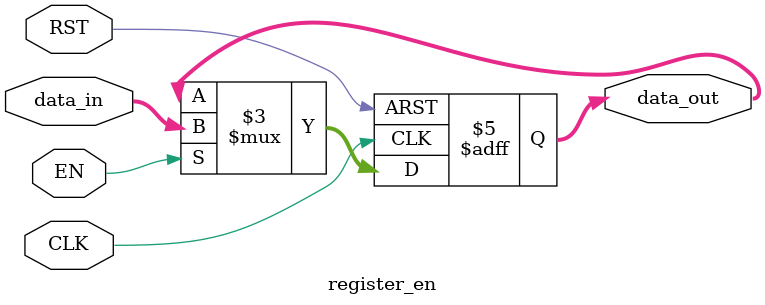
<source format=v>
module register_en #(parameter width=32)(
input	wire					CLK,
input	wire 					RST,  /*active low asynchronous reset*/
input	wire 					EN,  
input 	wire 	[width-1:0]		data_in,
output	reg		[width-1:0]		data_out

    );
	 
	 always @(posedge CLK, negedge RST)begin
		if(!RST)begin
			data_out <= 'd0;
		end
		else if (EN) begin
			data_out <= data_in;
		end
	 end

endmodule

</source>
